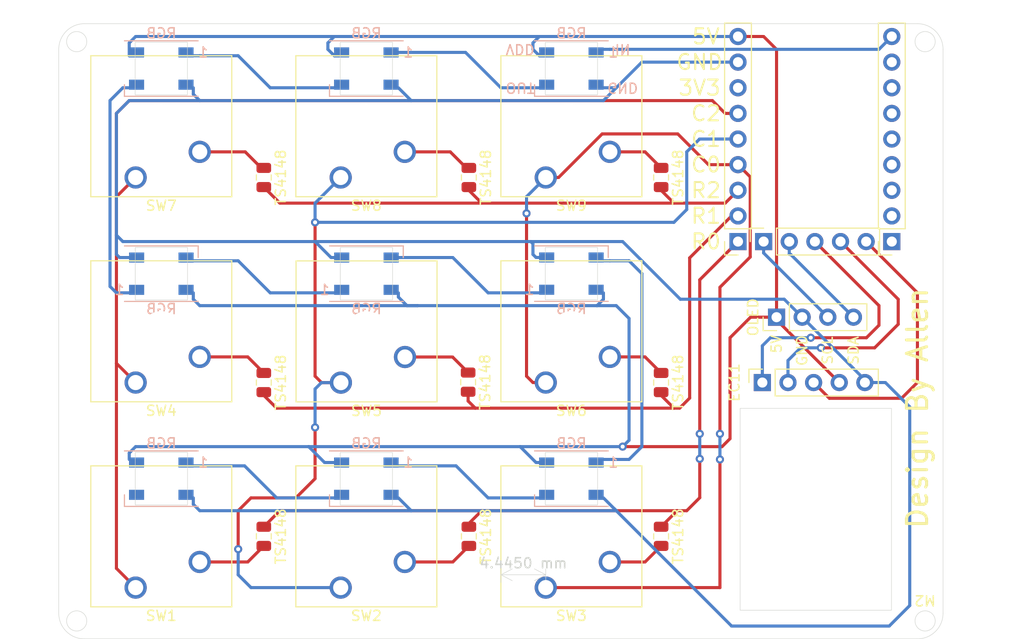
<source format=kicad_pcb>
(kicad_pcb (version 20211014) (generator pcbnew)
  (title_block (title "4*3_programmable_keyboard") (date "2022-05-29"))
  (layers (0 "F.Cu" signal) (31 "B.Cu" signal) (34 "B.Paste" user) (35 "F.Paste" user) (36 "B.SilkS" user "B.Silkscreen") (37 "F.SilkS" user "F.Silkscreen") (38 "B.Mask" user) (39 "F.Mask" user) (44 "Edge.Cuts" user))
  (net 0 "")
  (footprint "Capacitor_SMD:C_0805_2012Metric" (layer "F.Cu") (at 71.046677 91.401243 -90)
    (fp_text reference "TS4148" (at 0 -1.68 90) (layer "F.SilkS"))
    (fp_text value "C_0805_2012Metric")
    (pad "1" smd roundrect (at -0.95 0 270) (size 1 1.45) (layers "F.Cu" "F.Paste" "F.Mask"))
    (pad "2" smd roundrect (at 0.95 0 270) (size 1 1.45) (layers "F.Cu" "F.Paste" "F.Mask"))
  )
  (footprint "Button_Switch_Keyboard:SW_Cherry_MX_1.00u_Plate" (layer "F.Cu") (at 38.1 71.12 180)
    (fp_text reference "SW7" (at -2.54 -2.794) (layer "F.SilkS"))
    (fp_text value "SW_Cherry_MX_1.00u_Plate")
    (pad "" np_thru_hole circle (at -2.54 5.08 180) (size 4 4) (drill 4) (layers *.Cu *.Mask))
    (pad "1" thru_hole circle (at 0 0 180) (size 2.2 2.2) (drill 1.5) (layers *.Cu *.Mask))
    (pad "2" thru_hole circle (at -6.35 2.54 180) (size 2.2 2.2) (drill 1.5) (layers *.Cu *.Mask))
  )
  (footprint "Button_Switch_Keyboard:SW_Cherry_MX_1.00u_Plate" (layer "F.Cu") (at 58.42 71.12 180)
    (fp_text reference "SW8" (at -2.54 -2.794) (layer "F.SilkS"))
    (fp_text value "SW_Cherry_MX_1.00u_Plate")
    (pad "" np_thru_hole circle (at -2.54 5.08 180) (size 4 4) (drill 4) (layers *.Cu *.Mask))
    (pad "1" thru_hole circle (at 0 0 180) (size 2.2 2.2) (drill 1.5) (layers *.Cu *.Mask))
    (pad "2" thru_hole circle (at -6.35 2.54 180) (size 2.2 2.2) (drill 1.5) (layers *.Cu *.Mask))
  )
  (footprint "Capacitor_SMD:C_0805_2012Metric" (layer "F.Cu") (at 50.8 71.12 -90)
    (fp_text reference "TS4148" (at 0 -1.68 90) (layer "F.SilkS"))
    (fp_text value "C_0805_2012Metric")
    (pad "1" smd roundrect (at -0.95 0 270) (size 1 1.45) (layers "F.Cu" "F.Paste" "F.Mask"))
    (pad "2" smd roundrect (at 0.95 0 270) (size 1 1.45) (layers "F.Cu" "F.Paste" "F.Mask"))
  )
  (footprint "Capacitor_SMD:C_0805_2012Metric" (layer "F.Cu") (at 71.12 106.68 -90)
    (fp_text reference "TS4148" (at 0 -1.68 90) (layer "F.SilkS"))
    (fp_text value "C_0805_2012Metric")
    (pad "1" smd roundrect (at -0.95 0 270) (size 1 1.45) (layers "F.Cu" "F.Paste" "F.Mask"))
    (pad "2" smd roundrect (at 0.95 0 270) (size 1 1.45) (layers "F.Cu" "F.Paste" "F.Mask"))
  )
  (footprint "Connector_PinSocket_2.54mm:PinSocket_1x09_P2.54mm_Vertical" (layer "F.Cu") (at 97.79 77.47 180)
    (fp_text reference "REF**" hide)
    (fp_text value "PinSocket_1x09_P2.54mm_Vertical")
    (pad "1" thru_hole rect (at 0 0 180) (size 1.7 1.7) (drill 1) (layers *.Cu *.Mask))
    (pad "2" thru_hole oval (at 0 2.54 180) (size 1.7 1.7) (drill 1) (layers *.Cu *.Mask))
    (pad "3" thru_hole oval (at 0 5.08 180) (size 1.7 1.7) (drill 1) (layers *.Cu *.Mask))
    (pad "4" thru_hole oval (at 0 7.62 180) (size 1.7 1.7) (drill 1) (layers *.Cu *.Mask))
    (pad "5" thru_hole oval (at 0 10.16 180) (size 1.7 1.7) (drill 1) (layers *.Cu *.Mask))
    (pad "6" thru_hole oval (at 0 12.7 180) (size 1.7 1.7) (drill 1) (layers *.Cu *.Mask))
    (pad "7" thru_hole oval (at 0 15.24 180) (size 1.7 1.7) (drill 1) (layers *.Cu *.Mask))
    (pad "8" thru_hole oval (at 0 17.78 180) (size 1.7 1.7) (drill 1) (layers *.Cu *.Mask))
    (pad "9" thru_hole oval (at 0 20.32 180) (size 1.7 1.7) (drill 1) (layers *.Cu *.Mask))
  )
  (footprint "Capacitor_SMD:C_0805_2012Metric" (layer "F.Cu") (at 90.17 71.12 -90)
    (fp_text reference "TS4148" (at 0 -1.68 90) (layer "F.SilkS"))
    (fp_text value "C_0805_2012Metric")
    (pad "1" smd roundrect (at -0.95 0 270) (size 1 1.45) (layers "F.Cu" "F.Paste" "F.Mask"))
    (pad "2" smd roundrect (at 0.95 0 270) (size 1 1.45) (layers "F.Cu" "F.Paste" "F.Mask"))
  )
  (footprint "Capacitor_SMD:C_0805_2012Metric" (layer "F.Cu") (at 50.8 91.44 -90)
    (fp_text reference "TS4148" (at 0 -1.68 90) (layer "F.SilkS"))
    (fp_text value "C_0805_2012Metric")
    (pad "1" smd roundrect (at -0.95 0 270) (size 1 1.45) (layers "F.Cu" "F.Paste" "F.Mask"))
    (pad "2" smd roundrect (at 0.95 0 270) (size 1 1.45) (layers "F.Cu" "F.Paste" "F.Mask"))
  )
  (footprint "Button_Switch_Keyboard:SW_Cherry_MX_1.00u_Plate" (layer "F.Cu") (at 78.74 111.76 180)
    (fp_text reference "SW3" (at -2.54 -2.794) (layer "F.SilkS"))
    (fp_text value "SW_Cherry_MX_1.00u_Plate")
    (pad "" np_thru_hole circle (at -2.54 5.08 180) (size 4 4) (drill 4) (layers *.Cu *.Mask))
    (pad "1" thru_hole circle (at 0 0 180) (size 2.2 2.2) (drill 1.5) (layers *.Cu *.Mask))
    (pad "2" thru_hole circle (at -6.35 2.54 180) (size 2.2 2.2) (drill 1.5) (layers *.Cu *.Mask))
  )
  (footprint "Button_Switch_Keyboard:SW_Cherry_MX_1.00u_Plate" (layer "F.Cu") (at 58.42 111.76 180)
    (fp_text reference "SW2" (at -2.54 -2.794) (layer "F.SilkS"))
    (fp_text value "SW_Cherry_MX_1.00u_Plate")
    (pad "" np_thru_hole circle (at -2.54 5.08 180) (size 4 4) (drill 4) (layers *.Cu *.Mask))
    (pad "1" thru_hole circle (at 0 0 180) (size 2.2 2.2) (drill 1.5) (layers *.Cu *.Mask))
    (pad "2" thru_hole circle (at -6.35 2.54 180) (size 2.2 2.2) (drill 1.5) (layers *.Cu *.Mask))
  )
  (footprint "Button_Switch_Keyboard:SW_Cherry_MX_1.00u_Plate" (layer "F.Cu") (at 38.1 91.44 180)
    (fp_text reference "SW4" (at -2.54 -2.794) (layer "F.SilkS"))
    (fp_text value "SW_Cherry_MX_1.00u_Plate")
    (pad "" np_thru_hole circle (at -2.54 5.08 180) (size 4 4) (drill 4) (layers *.Cu *.Mask))
    (pad "1" thru_hole circle (at 0 0 180) (size 2.2 2.2) (drill 1.5) (layers *.Cu *.Mask))
    (pad "2" thru_hole circle (at -6.35 2.54 180) (size 2.2 2.2) (drill 1.5) (layers *.Cu *.Mask))
  )
  (footprint "Connector_PinSocket_2.54mm:PinSocket_1x09_P2.54mm_Vertical" (layer "F.Cu") (at 113.03 77.47 180)
    (fp_text reference "REF**" hide)
    (fp_text value "PinSocket_1x09_P2.54mm_Vertical")
    (pad "1" thru_hole rect (at 0 0 180) (size 1.7 1.7) (drill 1) (layers *.Cu *.Mask))
    (pad "2" thru_hole oval (at 0 2.54 180) (size 1.7 1.7) (drill 1) (layers *.Cu *.Mask))
    (pad "3" thru_hole oval (at 0 5.08 180) (size 1.7 1.7) (drill 1) (layers *.Cu *.Mask))
    (pad "4" thru_hole oval (at 0 7.62 180) (size 1.7 1.7) (drill 1) (layers *.Cu *.Mask))
    (pad "5" thru_hole oval (at 0 10.16 180) (size 1.7 1.7) (drill 1) (layers *.Cu *.Mask))
    (pad "6" thru_hole oval (at 0 12.7 180) (size 1.7 1.7) (drill 1) (layers *.Cu *.Mask))
    (pad "7" thru_hole oval (at 0 15.24 180) (size 1.7 1.7) (drill 1) (layers *.Cu *.Mask))
    (pad "8" thru_hole oval (at 0 17.78 180) (size 1.7 1.7) (drill 1) (layers *.Cu *.Mask))
    (pad "9" thru_hole oval (at 0 20.32 180) (size 1.7 1.7) (drill 1) (layers *.Cu *.Mask))
  )
  (footprint "Button_Switch_Keyboard:SW_Cherry_MX_1.00u_Plate" (layer "F.Cu") (at 58.439218 91.449609 180)
    (fp_text reference "SW5" (at -2.54 -2.794) (layer "F.SilkS"))
    (fp_text value "SW_Cherry_MX_1.00u_Plate")
    (pad "" np_thru_hole circle (at -2.54 5.08 180) (size 4 4) (drill 4) (layers *.Cu *.Mask))
    (pad "1" thru_hole circle (at 0 0 180) (size 2.2 2.2) (drill 1.5) (layers *.Cu *.Mask))
    (pad "2" thru_hole circle (at -6.35 2.54 180) (size 2.2 2.2) (drill 1.5) (layers *.Cu *.Mask))
  )
  (footprint "Button_Switch_Keyboard:SW_Cherry_MX_1.00u_Plate" (layer "F.Cu") (at 78.74 71.12 180)
    (fp_text reference "SW9" (at -2.54 -2.794) (layer "F.SilkS"))
    (fp_text value "SW_Cherry_MX_1.00u_Plate")
    (pad "" np_thru_hole circle (at -2.54 5.08 180) (size 4 4) (drill 4) (layers *.Cu *.Mask))
    (pad "1" thru_hole circle (at 0 0 180) (size 2.2 2.2) (drill 1.5) (layers *.Cu *.Mask))
    (pad "2" thru_hole circle (at -6.35 2.54 180) (size 2.2 2.2) (drill 1.5) (layers *.Cu *.Mask))
  )
  (footprint "Capacitor_SMD:C_0805_2012Metric" (layer "F.Cu") (at 90.17 106.68 -90)
    (fp_text reference "TS4148" (at 0 -1.68 90) (layer "F.SilkS"))
    (fp_text value "C_0805_2012Metric")
    (pad "1" smd roundrect (at -0.95 0 270) (size 1 1.45) (layers "F.Cu" "F.Paste" "F.Mask"))
    (pad "2" smd roundrect (at 0.95 0 270) (size 1 1.45) (layers "F.Cu" "F.Paste" "F.Mask"))
  )
  (footprint "Button_Switch_Keyboard:SW_Cherry_MX_1.00u_Plate" (layer "F.Cu") (at 78.74 91.44 180)
    (fp_text reference "SW6" (at -2.54 -2.794) (layer "F.SilkS"))
    (fp_text value "SW_Cherry_MX_1.00u_Plate")
    (pad "" np_thru_hole circle (at -2.54 5.08 180) (size 4 4) (drill 4) (layers *.Cu *.Mask))
    (pad "1" thru_hole circle (at 0 0 180) (size 2.2 2.2) (drill 1.5) (layers *.Cu *.Mask))
    (pad "2" thru_hole circle (at -6.35 2.54 180) (size 2.2 2.2) (drill 1.5) (layers *.Cu *.Mask))
  )
  (footprint "Button_Switch_Keyboard:SW_Cherry_MX_1.00u_Plate" (layer "F.Cu") (at 38.1 111.76 180)
    (fp_text reference "SW1" (at -2.54 -2.794) (layer "F.SilkS"))
    (fp_text value "SW_Cherry_MX_1.00u_Plate")
    (pad "" np_thru_hole circle (at -2.54 5.08 180) (size 4 4) (drill 4) (layers *.Cu *.Mask))
    (pad "1" thru_hole circle (at 0 0 180) (size 2.2 2.2) (drill 1.5) (layers *.Cu *.Mask))
    (pad "2" thru_hole circle (at -6.35 2.54 180) (size 2.2 2.2) (drill 1.5) (layers *.Cu *.Mask))
  )
  (footprint "Connector_PinSocket_2.54mm:PinSocket_1x05_P2.54mm_Vertical" (layer "F.Cu") (at 100.33 77.47 90)
    (fp_text reference "REF**" hide)
    (fp_text value "PinSocket_1x05_P2.54mm_Vertical")
    (pad "1" thru_hole rect (at 0 0 90) (size 1.7 1.7) (drill 1) (layers *.Cu *.Mask))
    (pad "2" thru_hole oval (at 0 2.54 90) (size 1.7 1.7) (drill 1) (layers *.Cu *.Mask))
    (pad "3" thru_hole oval (at 0 5.08 90) (size 1.7 1.7) (drill 1) (layers *.Cu *.Mask))
    (pad "4" thru_hole oval (at 0 7.62 90) (size 1.7 1.7) (drill 1) (layers *.Cu *.Mask))
    (pad "5" thru_hole oval (at 0 10.16 90) (size 1.7 1.7) (drill 1) (layers *.Cu *.Mask))
  )
  (footprint "Connector_PinHeader_2.54mm:PinHeader_1x04_P2.54mm_Vertical" (layer "F.Cu") (at 101.61 84.963 90)
    (fp_text reference "OLED" (at 0 -2.33 90) (layer "F.SilkS"))
    (fp_text value "PinHeader_1x04_P2.54mm_Vertical")
    (pad "1" thru_hole rect (at 0 0 90) (size 1.7 1.7) (drill 1) (layers *.Cu *.Mask))
    (pad "2" thru_hole oval (at 0 2.54 90) (size 1.7 1.7) (drill 1) (layers *.Cu *.Mask))
    (pad "3" thru_hole oval (at 0 5.08 90) (size 1.7 1.7) (drill 1) (layers *.Cu *.Mask))
    (pad "4" thru_hole oval (at 0 7.62 90) (size 1.7 1.7) (drill 1) (layers *.Cu *.Mask))
  )
  (footprint "Capacitor_SMD:C_0805_2012Metric" (layer "F.Cu") (at 90.17 91.44 -90)
    (fp_text reference "TS4148" (at 0 -1.68 90) (layer "F.SilkS"))
    (fp_text value "C_0805_2012Metric")
    (pad "1" smd roundrect (at -0.95 0 270) (size 1 1.45) (layers "F.Cu" "F.Paste" "F.Mask"))
    (pad "2" smd roundrect (at 0.95 0 270) (size 1 1.45) (layers "F.Cu" "F.Paste" "F.Mask"))
  )
  (footprint "Connector_PinSocket_2.54mm:PinSocket_1x05_P2.54mm_Vertical" (layer "F.Cu") (at 100.203 91.44 90)
    (fp_text reference "EC11" (at 0 -2.77 90) (layer "F.SilkS"))
    (fp_text value "PinSocket_1x05_P2.54mm_Vertical")
    (pad "1" thru_hole rect (at 0 0 90) (size 1.7 1.7) (drill 1) (layers *.Cu *.Mask))
    (pad "2" thru_hole oval (at 0 2.54 90) (size 1.7 1.7) (drill 1) (layers *.Cu *.Mask))
    (pad "3" thru_hole oval (at 0 5.08 90) (size 1.7 1.7) (drill 1) (layers *.Cu *.Mask))
    (pad "4" thru_hole oval (at 0 7.62 90) (size 1.7 1.7) (drill 1) (layers *.Cu *.Mask))
    (pad "5" thru_hole oval (at 0 10.16 90) (size 1.7 1.7) (drill 1) (layers *.Cu *.Mask))
  )
  (footprint "Capacitor_SMD:C_0805_2012Metric" (layer "F.Cu") (at 50.8 106.68 -90)
    (fp_text reference "TS4148" (at 0 -1.68 90) (layer "F.SilkS"))
    (fp_text value "C_0805_2012Metric")
    (pad "1" smd roundrect (at -0.95 0 270) (size 1 1.45) (layers "F.Cu" "F.Paste" "F.Mask"))
    (pad "2" smd roundrect (at 0.95 0 270) (size 1 1.45) (layers "F.Cu" "F.Paste" "F.Mask"))
  )
  (footprint "Capacitor_SMD:C_0805_2012Metric" (layer "F.Cu") (at 71.12 71.12 -90)
    (fp_text reference "TS4148" (at 0 -1.68 90) (layer "F.SilkS"))
    (fp_text value "C_0805_2012Metric")
    (pad "1" smd roundrect (at -0.95 0 270) (size 1 1.45) (layers "F.Cu" "F.Paste" "F.Mask"))
    (pad "2" smd roundrect (at 0.95 0 270) (size 1 1.45) (layers "F.Cu" "F.Paste" "F.Mask"))
  )
  (footprint "LED_SMD:LED_WS2812B_PLCC4_5.0x5.0mm_P3.2mm" (layer "B.Cu") (at 60.96 60.325 180)
    (fp_text reference "RGB" (at 0 3.5) (layer "B.SilkS") (effects (justify mirror)))
    (fp_text value "LED_WS2812B_PLCC4_5.0x5.0mm_P3.2mm")
    (fp_text user "1" (at -4.15 1.6) (layer "B.SilkS") (effects (justify mirror)))
    (pad "1" smd rect (at -2.45 1.6 180) (size 1.5 1) (layers "B.Cu" "B.Paste" "B.Mask"))
    (pad "2" smd rect (at -2.45 -1.6 180) (size 1.5 1) (layers "B.Cu" "B.Paste" "B.Mask"))
    (pad "3" smd rect (at 2.45 -1.6 180) (size 1.5 1) (layers "B.Cu" "B.Paste" "B.Mask"))
    (pad "4" smd rect (at 2.45 1.6 180) (size 1.5 1) (layers "B.Cu" "B.Paste" "B.Mask"))
  )
  (footprint "LED_SMD:LED_WS2812B_PLCC4_5.0x5.0mm_P3.2mm" (layer "B.Cu") (at 40.64 100.965 180)
    (fp_text reference "RGB" (at 0 3.5) (layer "B.SilkS") (effects (justify mirror)))
    (fp_text value "LED_WS2812B_PLCC4_5.0x5.0mm_P3.2mm")
    (fp_text user "1" (at -4.15 1.6) (layer "B.SilkS") (effects (justify mirror)))
    (pad "1" smd rect (at -2.45 1.6 180) (size 1.5 1) (layers "B.Cu" "B.Paste" "B.Mask"))
    (pad "2" smd rect (at -2.45 -1.6 180) (size 1.5 1) (layers "B.Cu" "B.Paste" "B.Mask"))
    (pad "3" smd rect (at 2.45 -1.6 180) (size 1.5 1) (layers "B.Cu" "B.Paste" "B.Mask"))
    (pad "4" smd rect (at 2.45 1.6 180) (size 1.5 1) (layers "B.Cu" "B.Paste" "B.Mask"))
  )
  (footprint "LED_SMD:LED_WS2812B_PLCC4_5.0x5.0mm_P3.2mm" (layer "B.Cu") (at 40.64 60.325 180)
    (fp_text reference "RGB" (at 0 3.5) (layer "B.SilkS") (effects (justify mirror)))
    (fp_text value "LED_WS2812B_PLCC4_5.0x5.0mm_P3.2mm")
    (fp_text user "1" (at -4.15 1.6) (layer "B.SilkS") (effects (justify mirror)))
    (pad "1" smd rect (at -2.45 1.6 180) (size 1.5 1) (layers "B.Cu" "B.Paste" "B.Mask"))
    (pad "2" smd rect (at -2.45 -1.6 180) (size 1.5 1) (layers "B.Cu" "B.Paste" "B.Mask"))
    (pad "3" smd rect (at 2.45 -1.6 180) (size 1.5 1) (layers "B.Cu" "B.Paste" "B.Mask"))
    (pad "4" smd rect (at 2.45 1.6 180) (size 1.5 1) (layers "B.Cu" "B.Paste" "B.Mask"))
  )
  (footprint "LED_SMD:LED_WS2812B_PLCC4_5.0x5.0mm_P3.2mm" (layer "B.Cu") (at 60.96 100.965 180)
    (fp_text reference "RGB" (at 0 3.5) (layer "B.SilkS") (effects (justify mirror)))
    (fp_text value "LED_WS2812B_PLCC4_5.0x5.0mm_P3.2mm")
    (fp_text user "1" (at -4.15 1.6) (layer "B.SilkS") (effects (justify mirror)))
    (pad "1" smd rect (at -2.45 1.6 180) (size 1.5 1) (layers "B.Cu" "B.Paste" "B.Mask"))
    (pad "2" smd rect (at -2.45 -1.6 180) (size 1.5 1) (layers "B.Cu" "B.Paste" "B.Mask"))
    (pad "3" smd rect (at 2.45 -1.6 180) (size 1.5 1) (layers "B.Cu" "B.Paste" "B.Mask"))
    (pad "4" smd rect (at 2.45 1.6 180) (size 1.5 1) (layers "B.Cu" "B.Paste" "B.Mask"))
  )
  (footprint "LED_SMD:LED_WS2812B_PLCC4_5.0x5.0mm_P3.2mm" (layer "B.Cu") (at 81.28 100.965 180)
    (fp_text reference "RGB" (at 0 3.5) (layer "B.SilkS") (effects (justify mirror)))
    (fp_text value "LED_WS2812B_PLCC4_5.0x5.0mm_P3.2mm")
    (fp_text user "1" (at -4.15 1.6) (layer "B.SilkS") (effects (justify mirror)))
    (pad "1" smd rect (at -2.45 1.6 180) (size 1.5 1) (layers "B.Cu" "B.Paste" "B.Mask"))
    (pad "2" smd rect (at -2.45 -1.6 180) (size 1.5 1) (layers "B.Cu" "B.Paste" "B.Mask"))
    (pad "3" smd rect (at 2.45 -1.6 180) (size 1.5 1) (layers "B.Cu" "B.Paste" "B.Mask"))
    (pad "4" smd rect (at 2.45 1.6 180) (size 1.5 1) (layers "B.Cu" "B.Paste" "B.Mask"))
  )
  (footprint "LED_SMD:LED_WS2812B_PLCC4_5.0x5.0mm_P3.2mm" (layer "B.Cu") (at 81.28 60.325 180)
    (fp_text reference "RGB" (at 0 3.5) (layer "B.SilkS") (effects (justify mirror)))
    (fp_text value "LED_WS2812B_PLCC4_5.0x5.0mm_P3.2mm")
    (fp_text user "1" (at -4.15 1.6) (layer "B.SilkS") (effects (justify mirror)))
    (pad "1" smd rect (at -2.45 1.6 180) (size 1.5 1) (layers "B.Cu" "B.Paste" "B.Mask"))
    (pad "2" smd rect (at -2.45 -1.6 180) (size 1.5 1) (layers "B.Cu" "B.Paste" "B.Mask"))
    (pad "3" smd rect (at 2.45 -1.6 180) (size 1.5 1) (layers "B.Cu" "B.Paste" "B.Mask"))
    (pad "4" smd rect (at 2.45 1.6 180) (size 1.5 1) (layers "B.Cu" "B.Paste" "B.Mask"))
  )
  (footprint "LED_SMD:LED_WS2812B_PLCC4_5.0x5.0mm_P3.2mm" (layer "B.Cu") (at 60.969332 80.65278)
    (fp_text reference "RGB" (at 0 3.5) (layer "B.SilkS") (effects (justify mirror)))
    (fp_text value "LED_WS2812B_PLCC4_5.0x5.0mm_P3.2mm")
    (fp_text user "1" (at -4.15 1.6) (layer "B.SilkS") (effects (justify mirror)))
    (pad "1" smd rect (at -2.45 1.6) (size 1.5 1) (layers "B.Cu" "B.Paste" "B.Mask"))
    (pad "2" smd rect (at -2.45 -1.6) (size 1.5 1) (layers "B.Cu" "B.Paste" "B.Mask"))
    (pad "3" smd rect (at 2.45 -1.6) (size 1.5 1) (layers "B.Cu" "B.Paste" "B.Mask"))
    (pad "4" smd rect (at 2.45 1.6) (size 1.5 1) (layers "B.Cu" "B.Paste" "B.Mask"))
  )
  (footprint "LED_SMD:LED_WS2812B_PLCC4_5.0x5.0mm_P3.2mm" (layer "B.Cu") (at 40.645771 80.65278)
    (fp_text reference "RGB" (at 0 3.5) (layer "B.SilkS") (effects (justify mirror)))
    (fp_text value "LED_WS2812B_PLCC4_5.0x5.0mm_P3.2mm")
    (fp_text user "1" (at -4.15 1.6) (layer "B.SilkS") (effects (justify mirror)))
    (pad "1" smd rect (at -2.45 1.6) (size 1.5 1) (layers "B.Cu" "B.Paste" "B.Mask"))
    (pad "2" smd rect (at -2.45 -1.6) (size 1.5 1) (layers "B.Cu" "B.Paste" "B.Mask"))
    (pad "3" smd rect (at 2.45 -1.6) (size 1.5 1) (layers "B.Cu" "B.Paste" "B.Mask"))
    (pad "4" smd rect (at 2.45 1.6) (size 1.5 1) (layers "B.Cu" "B.Paste" "B.Mask"))
  )
  (footprint "LED_SMD:LED_WS2812B_PLCC4_5.0x5.0mm_P3.2mm" (layer "B.Cu") (at 81.28 80.645)
    (fp_text reference "RGB" (at 0 3.5) (layer "B.SilkS") (effects (justify mirror)))
    (fp_text value "LED_WS2812B_PLCC4_5.0x5.0mm_P3.2mm")
    (fp_text user "1" (at -4.15 1.6) (layer "B.SilkS") (effects (justify mirror)))
    (pad "1" smd rect (at -2.45 1.6) (size 1.5 1) (layers "B.Cu" "B.Paste" "B.Mask"))
    (pad "2" smd rect (at -2.45 -1.6) (size 1.5 1) (layers "B.Cu" "B.Paste" "B.Mask"))
    (pad "3" smd rect (at 2.45 -1.6) (size 1.5 1) (layers "B.Cu" "B.Paste" "B.Mask"))
    (pad "4" smd rect (at 2.45 1.6) (size 1.5 1) (layers "B.Cu" "B.Paste" "B.Mask"))
  )
  (gr_rect (start 43.241538 103.567747) (end 38.059938 98.356147) (layer "Edge.Cuts") (width 0.05) (fill none))
  (gr_line (start 115.57 55.88) (end 33.02 55.88) (layer "Edge.Cuts") (width 0.05))
  (gr_rect (start 83.8708 83.2358) (end 78.6892 78.0542) (layer "Edge.Cuts") (width 0.05) (fill none))
  (gr_circle (center 116.332 57.658) (end 117.332 57.658) (layer "Edge.Cuts") (width 0.05) (fill none))
  (gr_rect (start 83.876806 103.567747) (end 78.695206 98.366147) (layer "Edge.Cuts") (width 0.05) (fill none))
  (gr_rect (start 43.241538 83.2558) (end 38.059938 78.0542) (layer "Edge.Cuts") (width 0.05) (fill none))
  (gr_rect (start 63.559172 83.2558) (end 58.377572 78.0542) (layer "Edge.Cuts") (width 0.05) (fill none))
  (gr_rect (start 63.5508 103.575) (end 58.3692 98.3734) (layer "Edge.Cuts") (width 0.05) (fill none))
  (gr_circle (center 116.332 115.062) (end 117.332 115.062) (layer "Edge.Cuts") (width 0.05) (fill none))
  (gr_line (start 118.11 58.42) (end 118.11 114.3) (layer "Edge.Cuts") (width 0.05))
  (gr_line (start 30.48 58.42) (end 30.48 114.3) (layer "Edge.Cuts") (width 0.05))
  (gr_arc (start 33.02 116.84) (mid 31.223949 116.096051) (end 30.48 114.3) (layer "Edge.Cuts") (width 0.05))
  (gr_rect (start 43.2308 62.9358) (end 38.0492 57.7142) (layer "Edge.Cuts") (width 0.05) (fill none))
  (gr_line (start 33.02 116.84) (end 115.57 116.84) (layer "Edge.Cuts") (width 0.05))
  (gr_rect (start 83.8708 62.9258) (end 78.6892 57.7342) (layer "Edge.Cuts") (width 0.05) (fill none))
  (gr_circle (center 32.258 57.658) (end 33.258 57.658) (layer "Edge.Cuts") (width 0.05) (fill none))
  (gr_arc (start 30.48 58.42) (mid 31.223949 56.623949) (end 33.02 55.88) (layer "Edge.Cuts") (width 0.05))
  (gr_arc (start 115.57 55.88) (mid 117.366051 56.623949) (end 118.11 58.42) (layer "Edge.Cuts") (width 0.05))
  (gr_rect (start 63.5508 62.9358) (end 58.3692 57.7142) (layer "Edge.Cuts") (width 0.05) (fill none))
  (gr_rect (start 98 94) (end 113 114) (layer "Edge.Cuts") (width 0.05) (fill none))
  (gr_arc (start 118.11 114.3) (mid 117.366051 116.096051) (end 115.57 116.84) (layer "Edge.Cuts") (width 0.05))
  (gr_circle (center 32.258 115.062) (end 33.258 115.062) (layer "Edge.Cuts") (width 0.05) (fill none))
  (gr_text "OUT\n" (at 76.2 62.23 -180) (layer "B.SilkS") (effects (font (size 1 1)) (justify mirror)))
  (gr_text "VDD" (at 76.2 58.42 -180) (layer "B.SilkS") (effects (font (size 1 1)) (justify mirror)))
  (gr_text "GND" (at 86.36 62.23 -180) (layer "B.SilkS") (effects (font (size 1 1)) (justify mirror)))
  (gr_text "IN" (at 86.36 58.42 -180) (layer "B.SilkS") (effects (font (size 1 1)) (justify mirror)))
  (gr_text "C0" (at 94.615 69.85) (layer "F.SilkS") (effects (font (size 1.5 1.5) (thickness 0.2))))
  (gr_text "C1\n" (at 94.615 67.31) (layer "F.SilkS") (effects (font (size 1.5 1.5) (thickness 0.2))))
  (gr_text "C2\n" (at 94.615 64.77) (layer "F.SilkS") (effects (font (size 1.5 1.5) (thickness 0.2))))
  (gr_text "R0" (at 94.615 77.47) (layer "F.SilkS") (effects (font (size 1.5 1.5) (thickness 0.2))))
  (gr_text "GND" (at 104.14 88.265 90) (layer "F.SilkS") (effects (font (size 1 1))))
  (gr_text "Design By Allen" (at 115.57 93.98 90) (layer "F.SilkS") (effects (font (size 2 2) (thickness 0.3))))
  (gr_text "SCL" (at 106.669198 88.265 90) (layer "F.SilkS") (effects (font (size 1 1))))
  (gr_text "M2" (at 116.332 113.03 180) (layer "F.SilkS") (effects (font (size 1 1))))
  (gr_text "3V3\n" (at 93.98 62.23) (layer "F.SilkS") (effects (font (size 1.5 1.5) (thickness 0.2))))
  (gr_text "SDA" (at 109.232764 88.265 90) (layer "F.SilkS") (effects (font (size 1 1))))
  (gr_text "R2\n" (at 94.615 72.39) (layer "F.SilkS") (effects (font (size 1.5 1.5) (thickness 0.2))))
  (gr_text "5V" (at 101.61 87.63 90) (layer "F.SilkS") (effects (font (size 1 1))))
  (gr_text "GND" (at 93.98 59.69) (layer "F.SilkS") (effects (font (size 1.5 1.5) (thickness 0.2))))
  (gr_text "R1\n" (at 94.615 74.93) (layer "F.SilkS") (effects (font (size 1.5 1.5) (thickness 0.2))))
  (gr_text "5V" (at 94.615 57.15) (layer "F.SilkS") (effects (font (size 1.5 1.5) (thickness 0.2))))
  (dimension (type aligned) (layer "Edge.Cuts") (pts (xy 78.74 111.76) (xy 74.295 111.76)) (height 1.27) (gr_text "4.4450 mm" (at 76.5175 109.34) (layer "Edge.Cuts") (effects (font (size 1 1) (thickness 0.15)))) (format (units 3) (units_format 1) (precision 4)) (style (thickness 0.05) (arrow_length 1.27) (text_position_mode 0) (extension_height 0.58642) (extension_offset 0.5) keep_text_aligned))
  (segment (start 44.45 109.22) (end 49.21 109.22) (width 0.3048) (layer "F.Cu") (net 0))
  (segment (start 44.45 88.9) (end 49.21 88.9) (width 0.3048) (layer "F.Cu") (net 0))
  (segment (start 77.47 91.44) (end 78.74 91.44) (width 0.3048) (layer "F.Cu") (net 0))
  (segment (start 64.77 109.22) (end 69.53 109.22) (width 0.3048) (layer "F.Cu") (net 0))
  (segment (start 110.49 77.47) (end 115.57 82.55) (width 0.3048) (layer "F.Cu") (net 0))
  (segment (start 71.12 72.39) (end 72.39 73.66) (width 0.3048) (layer "F.Cu") (net 0))
  (segment (start 76.835 74.676) (end 76.835 90.805) (width 0.3048) (layer "F.Cu") (net 0))
  (segment (start 55.88 100.965) (end 54.61 102.235) (width 0.3048) (layer "F.Cu") (net 0))
  (segment (start 107.95 91.567) (end 107.823 91.44) (width 0.3048) (layer "F.Cu") (net 0))
  (segment (start 36.195 73.025) (end 38.1 71.12) (width 0.3048) (layer "F.Cu") (net 0))
  (segment (start 105 87) (end 110.52 87) (width 0.3048) (layer "F.Cu") (net 0))
  (segment (start 69.53 109.22) (end 71.12 107.63) (width 0.3048) (layer "F.Cu") (net 0))
  (segment (start 36.195 109.855) (end 36.195 89.535) (width 0.3048) (layer "F.Cu") (net 0))
  (segment (start 101.61 85.227) (end 107.823 91.44) (width 0.3048) (layer "F.Cu") (net 0))
  (segment (start 71.12 105.73) (end 71.12 105.41) (width 0.3048) (layer "F.Cu") (net 0))
  (segment (start 101.61 58.43) (end 100.33 57.15) (width 0.3048) (layer "F.Cu") (net 0))
  (segment (start 49.21 88.9) (end 50.8 90.49) (width 0.3048) (layer "F.Cu") (net 0))
  (segment (start 110.52 87) (end 111.76 85.76) (width 0.3048) (layer "F.Cu") (net 0))
  (segment (start 94 102.85) (end 92.71 104.14) (width 0.3048) (layer "F.Cu") (net 0))
  (segment (start 69.505043 88.909609) (end 71.046677 90.451243) (width 0.3048) (layer "F.Cu") (net 0))
  (segment (start 97 97) (end 97 87) (width 0.3048) (layer "F.Cu") (net 0))
  (segment (start 101.61 84.963) (end 101.61 58.43) (width 0.3048) (layer "F.Cu") (net 0))
  (segment (start 91.821 66.802) (end 94.869 69.85) (width 0.3048) (layer "F.Cu") (net 0))
  (segment (start 53.975 102.87) (end 49.53 102.87) (width 0.3048) (layer "F.Cu") (net 0))
  (segment (start 96 111.76) (end 78.74 111.76) (width 0.3048) (layer "F.Cu") (net 0))
  (segment (start 49.21 109.22) (end 50.8 107.63) (width 0.3048) (layer "F.Cu") (net 0))
  (segment (start 91.76 104.14) (end 72.39 104.14) (width 0.3048) (layer "F.Cu") (net 0))
  (segment (start 94 96.52) (end 94 81.26) (width 0.3048) (layer "F.Cu") (net 0))
  (segment (start 93 92.98) (end 93 79.085) (width 0.3048) (layer "F.Cu") (net 0))
  (segment (start 95.25 63.5) (end 96.52 64.77) (width 0.3048) (layer "F.Cu") (net 0))
  (segment (start 50.8 92.39) (end 50.8 92.71) (width 0.3048) (layer "F.Cu") (net 0))
  (segment (start 71.046677 93.271677) (end 71.755 93.98) (width 0.3048) (layer "F.Cu") (net 0))
  (segment (start 50.8 105.73) (end 52.39 104.14) (width 0.3048) (layer "F.Cu") (net 0))
  (segment (start 64.789218 88.909609) (end 69.505043 88.909609) (width 0.3048) (layer "F.Cu") (net 0))
  (segment (start 106 88) (end 111.33 88) (width 0.3048) (layer "F.Cu") (net 0))
  (segment (start 54.61 102.235) (end 53.975 102.87) (width 0.3048) (layer "F.Cu") (net 0))
  (segment (start 115.57 82.55) (end 115.57 91.43) (width 0.3048) (layer "F.Cu") (net 0))
  (segment (start 94 81.26) (end 97.79 77.47) (width 0.3048) (layer "F.Cu") (net 0))
  (segment (start 71.12 72.07) (end 71.12 72.39) (width 0.3048) (layer "F.Cu") (net 0))
  (segment (start 50.8 72.07) (end 52.39 73.66) (width 0.3048) (layer "F.Cu") (net 0))
  (segment (start 85.09 109.22) (end 88.58 109.22) (width 0.3048) (layer "F.Cu") (net 0))
  (segment (start 96 82) (end 99 79) (width 0.3048) (layer "F.Cu") (net 0))
  (segment (start 69.276 68.58) (end 70.866 70.17) (width 0.3048) (layer "F.Cu") (net 0))
  (segment (start 90.17 92.39) (end 90.17 92.71) (width 0.3048) (layer "F.Cu") (net 0))
  (segment (start 99.037 84.963) (end 101.61 84.963) (width 0.3048) (layer "F.Cu") (net 0))
  (segment (start 52.07 93.98) (end 71.755 93.98) (width 0.3048) (layer "F.Cu") (net 0))
  (segment (start 92 93.98) (end 93 92.98) (width 0.3048) (layer "F.Cu") (net 0))
  (segment (start 55.88 90.805) (end 56.524609 91.449609) (width 0.3048) (layer "F.Cu") (net 0))
  (segment (start 107.95 77.47) (end 113.665 83.185) (width 0.3048) (layer "F.Cu") (net 0))
  (segment (start 115.57 91.43) (end 114 93) (width 0.3048) (layer "F.Cu") (net 0))
  (segment (start 100.33 57.15) (end 97.79 57.15) (width 0.3048) (layer "F.Cu") (net 0))
  (segment (start 71.755 93.98) (end 91.44 93.98) (width 0.3048) (layer "F.Cu") (net 0))
  (segment (start 92.71 104.14) (end 91.76 104.14) (width 0.3048) (layer "F.Cu") (net 0))
  (segment (start 96.52 73.66) (end 97.79 72.39) (width 0.3048) (layer "F.Cu") (net 0))
  (segment (start 85.09 88.9) (end 88.58 88.9) (width 0.3048) (layer "F.Cu") (net 0))
  (segment (start 36.195 89.535) (end 36.195 73.025) (width 0.3048) (layer "F.Cu") (net 0))
  (segment (start 50.8 92.71) (end 52.07 93.98) (width 0.3048) (layer "F.Cu") (net 0))
  (segment (start 84.328 66.802) (end 91.821 66.802) (width 0.3048) (layer "F.Cu") (net 0))
  (segment (start 90.17 72.07) (end 90.17 72.39) (width 0.3048) (layer "F.Cu") (net 0))
  (segment (start 37.465 63.5) (end 95.25 63.5) (width 0.3048) (layer "F.Cu") (net 0))
  (segment (start 52.39 104.14) (end 72.39 104.14) (width 0.3048) (layer "F.Cu") (net 0))
  (segment (start 55.88 95.885) (end 55.88 100.965) (width 0.3048) (layer "F.Cu") (net 0))
  (segment (start 80.01 71.12) (end 84.328 66.802) (width 0.3048) (layer "F.Cu") (net 0))
  (segment (start 56.524609 91.449609) (end 58.439218 91.449609) (width 0.3048) (layer "F.Cu") (net 0))
  (segment (start 111.76 83.82) (end 105.41 77.47) (width 0.3048) (layer "F.Cu") (net 0))
  (segment (start 90.17 105.73) (end 91.76 104.14) (width 0.3048) (layer "F.Cu") (net 0))
  (segment (start 86.36 97.79) (end 96.21 97.79) (width 0.3048) (layer "F.Cu") (net 0))
  (segment (start 48.26 104.14) (end 48.26 107.95) (width 0.3048) (layer "F.Cu") (net 0))
  (segment (start 36.195 73.025) (end 36.195 64.77) (width 0.3048) (layer "F.Cu") (net 0))
  (segment (start 71.046677 92.351243) (end 71.046677 93.271677) (width 0.3048) (layer "F.Cu") (net 0))
  (segment (start 52.39 73.66) (end 96.52 73.66) (width 0.3048) (layer "F.Cu") (net 0))
  (segment (start 64.77 68.58) (end 69.276 68.58) (width 0.3048) (layer "F.Cu") (net 0))
  (segment (start 85.09 68.58) (end 88.58 68.58) (width 0.3048) (layer "F.Cu") (net 0))
  (segment (start 48.956 68.58) (end 50.546 70.17) (width 0.3048) (layer "F.Cu") (net 0))
  (segment (start 44.45 68.58) (end 48.956 68.58) (width 0.3048) (layer "F.Cu") (net 0))
  (segment (start 113.665 83.185) (end 113.665 85.665) (width 0.3048) (layer "F.Cu") (net 0))
  (segment (start 49.53 102.87) (end 48.26 104.14) (width 0.3048) (layer "F.Cu") (net 0))
  (segment (start 96.21 97.79) (end 97 97) (width 0.3048) (layer "F.Cu") (net 0))
  (segment (start 90.17 72.39) (end 91.44 73.66) (width 0.3048) (layer "F.Cu") (net 0))
  (segment (start 99 79) (end 99 71.06) (width 0.3048) (layer "F.Cu") (net 0))
  (segment (start 76.835 90.805) (end 77.47 91.44) (width 0.3048) (layer "F.Cu") (net 0))
  (segment (start 111.33 88) (end 113.665 85.665) (width 0.3048) (layer "F.Cu") (net 0))
  (segment (start 78.74 71.12) (end 80.01 71.12) (width 0.3048) (layer "F.Cu") (net 0))
  (segment (start 94 99) (end 94 102.85) (width 0.3048) (layer "F.Cu") (net 0))
  (segment (start 114 93) (end 106.843 93) (width 0.3048) (layer "F.Cu") (net 0))
  (segment (start 97 87) (end 99.037 84.963) (width 0.3048) (layer "F.Cu") (net 0))
  (segment (start 97.155 74.93) (end 97.79 74.93) (width 0.3048) (layer "F.Cu") (net 0))
  (segment (start 36.195 64.77) (end 37.465 63.5) (width 0.3048) (layer "F.Cu") (net 0))
  (segment (start 96 99.06) (end 96 111.76) (width 0.3048) (layer "F.Cu") (net 0))
  (segment (start 96.52 64.77) (end 97.79 64.77) (width 0.3048) (layer "F.Cu") (net 0))
  (segment (start 94.869 69.85) (end 97.79 69.85) (width 0.3048) (layer "F.Cu") (net 0))
  (segment (start 91.44 93.98) (end 92 93.98) (width 0.3048) (layer "F.Cu") (net 0))
  (segment (start 99 71.06) (end 97.79 69.85) (width 0.3048) (layer "F.Cu") (net 0))
  (segment (start 88.58 88.9) (end 90.17 90.49) (width 0.3048) (layer "F.Cu") (net 0))
  (segment (start 93 79.085) (end 97.155 74.93) (width 0.3048) (layer "F.Cu") (net 0))
  (segment (start 55.88 75.565) (end 55.88 90.805) (width 0.3048) (layer "F.Cu") (net 0))
  (segment (start 88.58 109.22) (end 90.17 107.63) (width 0.3048) (layer "F.Cu") (net 0))
  (segment (start 88.58 68.58) (end 90.17 70.17) (width 0.3048) (layer "F.Cu") (net 0))
  (segment (start 71.12 105.41) (end 72.39 104.14) (width 0.3048) (layer "F.Cu") (net 0))
  (segment (start 90.17 92.71) (end 91.44 93.98) (width 0.3048) (layer "F.Cu") (net 0))
  (segment (start 96 96.52) (end 96 82) (width 0.3048) (layer "F.Cu") (net 0))
  (segment (start 101.61 84.963) (end 101.61 85.227) (width 0.3048) (layer "F.Cu") (net 0))
  (segment (start 38.1 111.76) (end 36.195 109.855) (width 0.3048) (layer "F.Cu") (net 0))
  (segment (start 106.843 93) (end 105.283 91.44) (width 0.3048) (layer "F.Cu") (net 0))
  (segment (start 38.1 91.44) (end 36.195 89.535) (width 0.3048) (layer "F.Cu") (net 0))
  (segment (start 111.76 85.76) (end 111.76 83.82) (width 0.3048) (layer "F.Cu") (net 0))
  (via (at 106 88) (size 0.8) (drill 0.4) (layers "F.Cu" "B.Cu") (net 0))
  (via (at 76.835 74.676) (size 0.8) (drill 0.4) (layers "F.Cu" "B.Cu") (net 0))
  (via (at 96 96.52) (size 0.8) (drill 0.4) (layers "F.Cu" "B.Cu") (net 0))
  (via (at 96 99.06) (size 0.8) (drill 0.4) (layers "F.Cu" "B.Cu") (net 0))
  (via (at 55.88 95.885) (size 0.8) (drill 0.4) (layers "F.Cu" "B.Cu") (net 0))
  (via (at 94 96.52) (size 0.8) (drill 0.4) (layers "F.Cu" "B.Cu") (net 0))
  (via (at 94 99) (size 0.8) (drill 0.4) (layers "F.Cu" "B.Cu") (net 0))
  (via (at 55.88 75.565) (size 0.8) (drill 0.4) (layers "F.Cu" "B.Cu") (net 0))
  (via (at 105 87) (size 0.8) (drill 0.4) (layers "F.Cu" "B.Cu") (net 0))
  (via (at 48.26 107.95) (size 0.8) (drill 0.4) (layers "F.Cu" "B.Cu") (net 0))
  (via (at 86.36 97.79) (size 0.8) (drill 0.4) (layers "F.Cu" "B.Cu") (net 0))
  (segment (start 106 88) (end 104 88) (width 0.3048) (layer "B.Cu") (net 0))
  (segment (start 55.88 77.47) (end 77.255 77.47) (width 0.3048) (layer "B.Cu") (net 0))
  (segment (start 77.47 58.42) (end 78.105 59.055) (width 0.3048) (layer "B.Cu") (net 0))
  (segment (start 76.2 97.79) (end 77.775 99.365) (width 0.3048) (layer "B.Cu") (net 0))
  (segment (start 78.105 57.15) (end 77.47 57.785) (width 0.3048) (layer "B.Cu") (net 0))
  (segment (start 55.88 75.565) (end 91.44 75.565) (width 0.3048) (layer "B.Cu") (net 0))
  (segment (start 76.835 74.676) (end 76.835 73.025) (width 0.3048) (layer "B.Cu") (net 0))
  (segment (start 85.5345 103.9495) (end 84.455 102.87) (width 0.3048) (layer "B.Cu") (net 0))
  (segment (start 76.835 73.025) (end 78.74 71.12) (width 0.3048) (layer "B.Cu") (net 0))
  (segment (start 65.405 63.5) (end 64.135 62.23) (width 0.3048) (layer "B.Cu") (net 0))
  (segment (start 57.785 57.15) (end 38.1 57.15) (width 0.3048) (layer "B.Cu") (net 0))
  (segment (start 52.07 102.87) (end 58.205 102.87) (width 0.3048) (layer "B.Cu") (net 0))
  (segment (start 44.45 104.14) (end 65.405 104.14) (width 0.3048) (layer "B.Cu") (net 0))
  (segment (start 55.88 77.47) (end 57.46278 79.05278) (width 0.3048) (layer "B.Cu") (net 0))
  (segment (start 85.09 79.375) (end 86.995 79.375) (width 0.3048) (layer "B.Cu") (net 0))
  (segment (start 85.725 62.23) (end 84.455 62.23) (width 0.3048) (layer "B.Cu") (net 0))
  (segment (start 112.776 115.57) (end 97.155 115.57) (width 0.3048) (layer "B.Cu") (net 0))
  (segment (start 57.15 58.42) (end 57.785 59.055) (width 0.3048) (layer "B.Cu") (net 0))
  (segment (start 78.525 102.87) (end 78.533286 102.861714) (width 0.3048) (layer "B.Cu") (net 0))
  (segment (start 92.71 74.295) (end 92.71 68.58) (width 0.3048) (layer "B.Cu") (net 0))
  (segment (start 102.743 89.257) (end 102.743 91.44) (width 0.3048) (layer "B.Cu") (net 0))
  (segment (start 37.465 59.055) (end 37.88728 59.055) (width 0.3048) (layer "B.Cu") (net 0))
  (segment (start 37.465 62.23) (end 36.83 62.23) (width 0.3048) (layer "B.Cu") (net 0))
  (segment (start 114.808 113.538) (end 112.776 115.57) (width 0.3048) (layer "B.Cu") (net 0))
  (segment (start 35.56 81.915) (end 36.195 82.55) (width 0.3048) (layer "B.Cu") (net 0))
  (segment (start 92.075 83.185) (end 102.372 83.185) (width 0.3048) (layer "B.Cu") (net 0))
  (segment (start 100.33 78.603) (end 106.69 84.963) (width 0.3048) (layer "B.Cu") (net 0))
  (segment (start 51.435 62.23) (end 57.785 62.23) (width 0.3048) (layer "B.Cu") (net 0))
  (segment (start 77.47 62.23) (end 78.105 62.23) (width 0.3048) (layer "B.Cu") (net 0))
  (segment (start 77.47 62.23) (end 74.295 62.23) (width 0.3048) (layer "B.Cu") (net 0))
  (segment (start 36.195 76.835) (end 36.195 78.74) (width 0.3048) (layer "B.Cu") (net 0))
  (segment (start 84.455 63.5) (end 65.405 63.5) (width 0.3048) (layer "B.Cu") (net 0))
  (segment (start 44.45 104.14) (end 43.815 103.505) (width 0.3048) (layer "B.Cu") (net 0))
  (segment (start 102.87 78.74) (end 103.007 78.74) (width 0.3048) (layer "B.Cu") (net 0))
  (segment (start 44.45 59.055) (end 43.815 59.055) (width 0.3048) (layer "B.Cu") (net 0))
  (segment (start 88.265 59.69) (end 85.725 62.23) (width 0.3048) (layer "B.Cu") (net 0))
  (segment (start 44.45 63.5) (end 37.465 63.5) (width 0.3048) (layer "B.Cu") (net 0))
  (segment (start 85.725 104.14) (end 85.5345 103.9495) (width 0.3048) (layer "B.Cu") (net 0))
  (segment (start 65.405 63.5) (end 44.45 63.5) (width 0.3048) (layer "B.Cu") (net 0))
  (segment (start 92.71 68.58) (end 93.98 67.31) (width 0.3048) (layer "B.Cu") (net 0))
  (segment (start 86.36 77.47) (end 92.075 83.185) (width 0.3048) (layer "B.Cu") (net 0))
  (segment (start 38.1 97.79) (end 37.465 98.425) (width 0.3048) (layer "B.Cu") (net 0))
  (segment (start 88.265 80.645) (end 88.265 97.79) (width 0.3048) (layer "B.Cu") (net 0))
  (segment (start 44.45 59.055) (end 48.26 59.055) (width 0.3048) (layer "B.Cu") (net 0))
  (segment (start 56.515 73.025) (end 55.88 73.66) (width 0.3048) (layer "B.Cu") (net 0))
  (segment (start 93.98 67.31) (end 97.79 67.31) (width 0.3048) (layer "B.Cu") (net 0))
  (segment (start 36.83 62.23) (end 35.56 63.5) (width 0.3048) (layer "B.Cu") (net 0))
  (segment (start 78.105 57.15) (end 57.785 57.15) (width 0.3048) (layer "B.Cu") (net 0))
  (segment (start 43.815 99.695) (end 48.895 99.695) (width 0.3048) (layer "B.Cu") (net 0))
  (segment (start 69.52778 79.05278) (end 73.025 82.55) (width 0.3048) (layer "B.Cu") (net 0))
  (segment (start 85.09 79.375) (end 84.455 79.375) (width 0.3048) (layer "B.Cu") (net 0))
  (segment (start 36.50778 79.05278) (end 37.898018 79.05278) (width 0.3048) (layer "B.Cu") (net 0))
  (segment (start 44.45 83.82) (end 43.815 83.185) (width 0.3048) (layer "B.Cu") (net 0))
  (segment (start 85.09 58.42) (end 84.455 58.42) (width 0.3048) (layer "B.Cu") (net 0))
  (segment (start 43.815 62.865) (end 43.815 62.23) (width 0.3048) (layer "B.Cu") (net 0))
  (segment (start 44.45 63.5) (end 43.815 62.865) (width 0.3048) (layer "B.Cu") (net 0))
  (segment (start 48.26 79.375) (end 51.435 82.55) (width 0.3048) (layer "B.Cu") (net 0))
  (segment (start 56.82 99.365) (end 58.20728 99.365) (width 0.3048) (layer "B.Cu") (net 0))
  (segment (start 111.76 58.42) (end 85.09 58.42) (width 0.3048) (layer "B.Cu") (net 0))
  (segment (start 94 99) (end 94 96.52) (width 0.3048) (layer "B.Cu") (net 0))
  (segment (start 63.721092 79.05278) (end 69.52778 79.05278) (width 0.3048) (layer "B.Cu") (net 0))
  (segment (start 43.815 79.375) (end 48.26 79.375) (width 0.3048) (layer "B.Cu") (net 0))
  (segment (start 74.295 62.23) (end 70.79 58.725) (width 0.3048) (layer "B.Cu") (net 0))
  (segment (start 64.135 82.968448) (end 64.135 82.55) (width 0.3048) (layer "B.Cu") (net 0))
  (segment (start 43.815 83.185) (end 43.815 82.55) (width 0.3048) (layer "B.Cu") (net 0))
  (segment (start 100.33 77.47) (end 100.33 78.603) (width 0.3048) (layer "B.Cu") (net 0))
  (segment (start 105 87) (end 101 87) (width 0.3048) (layer "B.Cu") (net 0))
  (segment (start 86.995 97.155) (end 86.36 97.79) (width 0.3048) (layer "B.Cu") (net 0))
  (segment (start 88.265 97.79) (end 86.995 99.06) (width 0.3048) (layer "B.Cu") (net 0))
  (segment (start 57.46278 79.05278) (end 58.215652 79.05278) (width 0.3048) (layer "B.Cu") (net 0))
  (segment (start 48.26 110.49) (end 49.53 111.76) (width 0.3048) (layer "B.Cu") (net 0))
  (segment (start 37.465 63.5) (end 36.195 64.77) (width 0.3048) (layer "B.Cu") (net 0))
  (segment (start 73.025 102.87) (end 78.525 102.87) (width 0.3048) (layer "B.Cu") (net 0))
  (segment (start 55.245 97.79) (end 56.82 99.365) (width 0.3048) (layer "B.Cu") (net 0))
  (segment (start 36.195 78.74) (end 36.50778 79.05278) (width 0.3048) (layer "B.Cu") (net 0))
  (segment (start 37.465 57.785) (end 37.465 59.055) (width 0.3048) (layer "B.Cu") (net 0))
  (segment (start 78.105 59.055) (end 78.52728 59.055) (width 0.3048) (layer "B.Cu") (net 0))
  (segment (start 55.245 97.79) (end 76.2 97.79) (width 0.3048) (layer "B.Cu") (net 0))
  (segment (start 114.808 93.853) (end 114.808 113.538) (width 0.3048) (layer "B.Cu") (net 0))
  (segment (start 55.245 97.79) (end 38.1 97.79) (width 0.3048) (layer "B.Cu") (net 0))
  (segment (start 97.79 59.69) (end 88.265 59.69) (width 0.3048) (layer "B.Cu") (net 0))
  (segment (start 66.04 83.82) (end 44.45 83.82) (width 0.3048) (layer "B.Cu") (net 0))
  (segment (start 91.44 75.565) (end 92.71 74.295) (width 0.3048) (layer "B.Cu") (net 0))
  (segment (start 85.725 62.23) (end 84.455 63.5) (width 0.3048) (layer "B.Cu") (net 0))
  (segment (start 38.1 57.15) (end 37.465 57.785) (width 0.3048) (layer "B.Cu") (net 0))
  (segment (start 83.82 83.82) (end 84.455 83.185) (width 0.3048) (layer "B.Cu") (net 0))
  (segment (start 66.04 83.82) (end 64.986552 83.82) (width 0.3048) (layer "B.Cu") (net 0))
  (segment (start 102.87 77.47) (end 102.87 78.74) (width 0.3048) (layer "B.Cu") (net 0))
  (segment (start 64.135 99.695) (end 69.85 99.695) (width 0.3048) (layer "B.Cu") (net 0))
  (segment (start 64.986552 83.82) (end 64.135 82.968448) (width 0.3048) (layer "B.Cu") (net 0))
  (segment (start 97.79 57.15) (end 78.105 57.15) (width 0.3048) (layer "B.Cu") (net 0))
  (segment (start 36.195 76.835) (end 36.83 77.47) (width 0.3048) (layer "B.Cu") (net 0))
  (segment (start 83.82 83.82) (end 66.04 83.82) (width 0.3048) (layer "B.Cu") (net 0))
  (segment (start 37.465 98.425) (end 37.465 99.06) (width 0.3048) (layer "B.Cu") (net 0))
  (segment (start 97.155 115.57) (end 85.5345 103.9495) (width 0.3048) (layer "B.Cu") (net 0))
  (segment (start 77.775 99.365) (end 78.533286 99.365) (width 0.3048) (layer "B.Cu") (net 0))
  (segment (start 48.26 59.055) (end 51.435 62.23) (width 0.3048) (layer "B.Cu") (net 0))
  (segment (start 57.785 57.15) (end 57.15 57.785) (width 0.3048) (layer "B.Cu") (net 0))
  (segment (start 51.435 82.55) (end 57.785 82.55) (width 0.3048) (layer "B.Cu") (net 0))
  (segment (start 69.85 99.695) (end 73.025 102.87) (width 0.3048) (layer "B.Cu") (net 0))
  (segment (start 86.995 99.06) (end 84.455 99.06) (width 0.3048) (layer "B.Cu") (net 0))
  (segment (start 77.47 78.74) (end 77.775 79.045) (width 0.3048) (layer "B.Cu") (net 0))
  (segment (start 77.255 77.47) (end 77.47 77.685) (width 0.3048) (layer "B.Cu") (net 0))
  (segment (start 77.47 77.685) (end 77.47 78.74) (width 0.3048) (layer "B.Cu") (net 0))
  (segment (start 110.363 91.176) (end 110.363 91.44) (width 0.3048) (layer "B.Cu") (net 0))
  (segment (start 55.88 92.075) (end 55.88 95.885) (width 0.3048) (layer "B.Cu") (net 0))
  (segment (start 77.775 79.045) (end 78.52728 79.045) (width 0.3048) (layer "B.Cu") (net 0))
  (segment (start 65.405 104.14) (end 64.135 102.87) (width 0.3048) (layer "B.Cu") (net 0))
  (segment (start 56.505391 91.449609) (end 55.88 92.075) (width 0.3048) (layer "B.Cu") (net 0))
  (segment (start 100.203 87.797) (end 100.203 91.44) (width 0.3048) (layer "B.Cu") (net 0))
  (segment (start 76.2 97.79) (end 86.36 97.79) (width 0.3048) (layer "B.Cu") (net 0))
  (segment (start 101 87) (end 100.203 87.797) (width 0.3048) (layer "B.Cu") (net 0))
  (segment (start 35.56 63.5) (end 35.56 81.915) (width 0.3048) (layer "B.Cu") (net 0))
  (segment (start 84.455 83.185) (end 84.455 82.55) (width 0.3048) (layer "B.Cu") (net 0))
  (segment (start 86.995 79.375) (end 88.265 80.645) (width 0.3048) (layer "B.Cu") (net 0))
  (segment (start 57.785 59.055) (end 58.20728 59.055) (width 0.3048) (layer "B.Cu") (net 0))
  (segment (start 58.42 71.12) (end 56.515 73.025) (width 0.3048) (layer "B.Cu") (net 0))
  (segment (start 58.205 102.87) (end 58.20728 102.86772) (width 0.3048) (layer "B.Cu") (net 0))
  (segment (start 113.03 57.15) (end 111.76 58.42) (width 0.3048) (layer "B.Cu") (net 0))
  (segment (start 36.83 77.47) (end 55.88 77.47) (width 0.3048) (layer "B.Cu") (net 0))
  (segment (start 65.405 104.14) (end 85.725 104.14) (width 0.3048) (layer "B.Cu") (net 0))
  (segment (start 77.47 57.785) (end 77.47 58.42) (width 0.3048) (layer "B.Cu") (net 0))
  (segment (start 110.363 91.44) (end 112.395 91.44) (width 0.3048) (layer "B.Cu") (net 0))
  (segment (start 48.895 99.695) (end 52.07 102.87) (width 0.3048) (layer "B.Cu") (net 0))
  (segment (start 58.439218 91.449609) (end 56.505391 91.449609) (width 0.3048) (layer "B.Cu") (net 0))
  (segment (start 43.815 103.505) (end 43.815 102.87) (width 0.3048) (layer "B.Cu") (net 0))
  (segment (start 103.007 78.74) (end 109.23 84.963) (width 0.3048) (layer "B.Cu") (net 0))
  (segment (start 86.995 85.09) (end 86.995 97.155) (width 0.3048) (layer "B.Cu") (net 0))
  (segment (start 36.195 82.55) (end 37.465 82.55) (width 0.3048) (layer "B.Cu") (net 0))
  (segment (start 57.15 57.785) (end 57.15 58.42) (width 0.3048) (layer "B.Cu") (net 0))
  (segment (start 102.372 83.185) (end 104.15 84.963) (width 0.3048) (layer "B.Cu") (net 0))
  (segment (start 104 88) (end 102.743 89.257) (width 0.3048) (layer "B.Cu") (net 0))
  (segment (start 55.88 73.66) (end 55.88 75.565) (width 0.3048) (layer "B.Cu") (net 0))
  (segment (start 77.255 77.47) (end 86.36 77.47) (width 0.3048) (layer "B.Cu") (net 0))
  (segment (start 70.79 58.725) (end 63.71272 58.725) (width 0.3048) (layer "B.Cu") (net 0))
  (segment (start 49.53 111.76) (end 58.42 111.76) (width 0.3048) (layer "B.Cu") (net 0))
  (segment (start 112.395 91.44) (end 114.808 93.853) (width 0.3048) (layer "B.Cu") (net 0))
  (segment (start 96 96.52) (end 96 99.06) (width 0.3048) (layer "B.Cu") (net 0))
  (segment (start 104.15 84.963) (end 110.363 91.176) (width 0.3048) (layer "B.Cu") (net 0))
  (segment (start 48.26 107.95) (end 48.26 110.49) (width 0.3048) (layer "B.Cu") (net 0))
  (segment (start 83.82 83.82) (end 85.725 83.82) (width 0.3048) (layer "B.Cu") (net 0))
  (segment (start 85.725 83.82) (end 86.995 85.09) (width 0.3048) (layer "B.Cu") (net 0))
  (segment (start 73.025 82.55) (end 78.525 82.55) (width 0.3048) (layer "B.Cu") (net 0))
  (segment (start 78.525 82.55) (end 78.52728 82.54772) (width 0.3048) (layer "B.Cu") (net 0))
  (segment (start 36.195 64.77) (end 36.195 76.835) (width 0.3048) (layer "B.Cu") (net 0))
)
</source>
